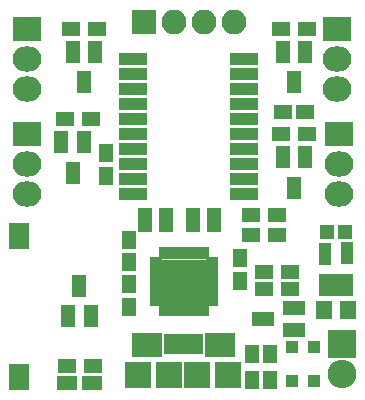
<source format=gbs>
G04 #@! TF.FileFunction,Soldermask,Bot*
%FSLAX46Y46*%
G04 Gerber Fmt 4.6, Leading zero omitted, Abs format (unit mm)*
G04 Created by KiCad (PCBNEW 4.0.2+dfsg1-stable) date Fri 12 May 2017 16:51:10 AEST*
%MOMM*%
G01*
G04 APERTURE LIST*
%ADD10C,0.100000*%
%ADD11R,1.200000X1.900000*%
%ADD12R,2.432000X2.127200*%
%ADD13O,2.432000X2.127200*%
%ADD14R,2.432000X2.432000*%
%ADD15O,2.432000X2.432000*%
%ADD16R,1.600000X1.300000*%
%ADD17R,1.600000X1.150000*%
%ADD18R,1.150000X1.600000*%
%ADD19R,1.400000X1.650000*%
%ADD20R,1.200000X1.150000*%
%ADD21R,1.300000X1.600000*%
%ADD22R,1.900000X1.200000*%
%ADD23R,1.100000X1.050000*%
%ADD24R,1.800000X2.200000*%
%ADD25R,2.350000X1.000000*%
%ADD26R,1.050000X1.960000*%
%ADD27R,0.650000X1.100000*%
%ADD28R,1.100000X0.650000*%
%ADD29R,2.125000X2.125000*%
%ADD30R,2.300000X2.300000*%
%ADD31R,2.200000X2.300000*%
%ADD32R,0.800000X1.750000*%
%ADD33R,2.500000X2.000000*%
%ADD34R,2.100000X2.100000*%
%ADD35O,2.100000X2.100000*%
%ADD36R,1.300000X0.700000*%
%ADD37R,1.797000X1.197560*%
G04 APERTURE END LIST*
D10*
D11*
X196149000Y-120553000D03*
X194249000Y-120553000D03*
X195199000Y-117953000D03*
D12*
X190754000Y-105156000D03*
D13*
X190754000Y-107696000D03*
X190754000Y-110236000D03*
D14*
X217424000Y-122936000D03*
D15*
X217424000Y-125476000D03*
D12*
X216990000Y-96266000D03*
D13*
X216990000Y-98806000D03*
X216990000Y-101346000D03*
D12*
X217170000Y-105156000D03*
D13*
X217170000Y-107696000D03*
X217170000Y-110236000D03*
D12*
X190754000Y-96266000D03*
D13*
X190754000Y-98806000D03*
X190754000Y-101346000D03*
D16*
X196680000Y-96266000D03*
X194480000Y-96266000D03*
X196215000Y-103886000D03*
X194015000Y-103886000D03*
X214460000Y-105156000D03*
X212260000Y-105156000D03*
X214460000Y-96266000D03*
X212260000Y-96266000D03*
D17*
X214310000Y-103251000D03*
X212410000Y-103251000D03*
D18*
X197485000Y-108646000D03*
X197485000Y-106746000D03*
X208788000Y-115636000D03*
X208788000Y-117536000D03*
X199390000Y-114051000D03*
X199390000Y-115951000D03*
D19*
X217940231Y-120015000D03*
X215940231Y-120015000D03*
D18*
X199390000Y-119756000D03*
X199390000Y-117856000D03*
D20*
X217666000Y-113411000D03*
X216166000Y-113411000D03*
D16*
X209720000Y-113665000D03*
X211920000Y-113665000D03*
X209720000Y-112014000D03*
X211920000Y-112014000D03*
X213063000Y-118237000D03*
X210863000Y-118237000D03*
X210863000Y-116840000D03*
X213063000Y-116840000D03*
D21*
X209804000Y-123741000D03*
X209804000Y-125941000D03*
X211328000Y-123741000D03*
X211328000Y-125941000D03*
D16*
X196390000Y-124770000D03*
X194190000Y-124770000D03*
D11*
X194630000Y-98141000D03*
X196530000Y-98141000D03*
X195580000Y-100741000D03*
X193680000Y-105791000D03*
X195580000Y-105791000D03*
X194630000Y-108391000D03*
X212410000Y-98141000D03*
X214310000Y-98141000D03*
X213360000Y-100741000D03*
X212410000Y-107061000D03*
X214310000Y-107061000D03*
X213360000Y-109661000D03*
D22*
X213390000Y-119827000D03*
X213390000Y-121727000D03*
X210790000Y-120777000D03*
D23*
X213172000Y-123112000D03*
X215072000Y-123112000D03*
X215072000Y-126062000D03*
X213172000Y-126062000D03*
D24*
X190119000Y-125730000D03*
X190119000Y-113730000D03*
D25*
X199770000Y-110236000D03*
X199770000Y-108966000D03*
X199770000Y-107696000D03*
X199770000Y-106426000D03*
X199770000Y-105156000D03*
X199770000Y-103886000D03*
X199770000Y-102616000D03*
X199770000Y-101346000D03*
X199770000Y-100076000D03*
X199770000Y-98806000D03*
X209170000Y-98806000D03*
X209170000Y-100076000D03*
X209170000Y-101346000D03*
X209170000Y-102616000D03*
X209170000Y-103886000D03*
X209170000Y-105156000D03*
X209170000Y-106426000D03*
X209170000Y-107696000D03*
X209170000Y-108966000D03*
X209170000Y-110236000D03*
D26*
X217866000Y-117886511D03*
X216916000Y-117886511D03*
X215966000Y-117886511D03*
X215966000Y-115286511D03*
X217866000Y-115186511D03*
D27*
X202312500Y-115228500D03*
X202812500Y-115228500D03*
X203312500Y-115228500D03*
X203812500Y-115228500D03*
X204312500Y-115228500D03*
X204812500Y-115228500D03*
X205312500Y-115228500D03*
X205812500Y-115228500D03*
D28*
X206462500Y-115878500D03*
X206462500Y-116378500D03*
X206462500Y-116878500D03*
X206462500Y-117378500D03*
X206462500Y-117878500D03*
X206462500Y-118378500D03*
X206462500Y-118878500D03*
X206462500Y-119378500D03*
D27*
X205812500Y-120028500D03*
X205312500Y-120028500D03*
X204812500Y-120028500D03*
X204312500Y-120028500D03*
X203812500Y-120028500D03*
X203312500Y-120028500D03*
X202812500Y-120028500D03*
X202312500Y-120028500D03*
D28*
X201662500Y-119378500D03*
X201662500Y-118878500D03*
X201662500Y-118378500D03*
X201662500Y-117878500D03*
X201662500Y-117378500D03*
X201662500Y-116878500D03*
X201662500Y-116378500D03*
X201662500Y-115878500D03*
D29*
X204925000Y-118491000D03*
X203200000Y-118491000D03*
X204925000Y-116766000D03*
X203200000Y-116766000D03*
D30*
X205200000Y-125550000D03*
X202800000Y-125550000D03*
D31*
X207800000Y-125550000D03*
X200200000Y-125550000D03*
D32*
X202700000Y-122875000D03*
X205300000Y-122875000D03*
X203350000Y-122875000D03*
X204650000Y-122875000D03*
X204000000Y-122875000D03*
D33*
X200900000Y-123000000D03*
X207100000Y-123000000D03*
D34*
X200672700Y-95631000D03*
D35*
X203212700Y-95631000D03*
X205752700Y-95631000D03*
X208292700Y-95631000D03*
D36*
X202576000Y-112395000D03*
X200776000Y-112395000D03*
X200776000Y-111745000D03*
X202576000Y-111745000D03*
X200776000Y-113045000D03*
X202576000Y-113045000D03*
X206640000Y-112395000D03*
X204840000Y-112395000D03*
X204840000Y-111745000D03*
X206640000Y-111745000D03*
X204840000Y-113045000D03*
X206640000Y-113045000D03*
D37*
X194190980Y-126190000D03*
X196289020Y-126190000D03*
M02*

</source>
